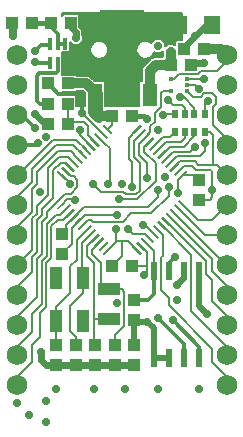
<source format=gbl>
G75*
G70*
%OFA0B0*%
%FSLAX24Y24*%
%IPPOS*%
%LPD*%
%AMOC8*
5,1,8,0,0,1.08239X$1,22.5*
%
%ADD10R,0.0433X0.0748*%
%ADD11R,0.0394X0.0433*%
%ADD12C,0.0433*%
%ADD13R,0.0079X0.0394*%
%ADD14R,0.0394X0.0079*%
%ADD15R,0.0433X0.0394*%
%ADD16R,0.0220X0.0590*%
%ADD17R,0.0118X0.0390*%
%ADD18R,0.0748X0.0433*%
%ADD19R,0.0500X0.0750*%
%ADD20R,0.1500X0.0750*%
%ADD21R,0.0236X0.0315*%
%ADD22R,0.0197X0.0315*%
%ADD23R,0.0551X0.0630*%
%ADD24C,0.0690*%
%ADD25R,0.0177X0.0118*%
%ADD26C,0.0080*%
%ADD27C,0.0278*%
%ADD28C,0.0120*%
%ADD29C,0.0200*%
%ADD30C,0.0500*%
%ADD31C,0.0320*%
%ADD32C,0.0240*%
%ADD33C,0.0060*%
%ADD34C,0.0280*%
%ADD35C,0.0160*%
%ADD36C,0.0300*%
D10*
X003040Y003877D03*
X003946Y003877D03*
X003946Y005333D03*
X003040Y005333D03*
D11*
X003243Y006120D03*
X003243Y006790D03*
X003427Y010455D03*
X003427Y011105D03*
X002758Y011105D03*
X002758Y010455D03*
X002858Y013805D03*
X002227Y013805D03*
X001558Y013805D03*
X003527Y013805D03*
X007793Y008590D03*
X007793Y007920D03*
X005643Y003090D03*
X005643Y002420D03*
X004993Y002420D03*
X004993Y003090D03*
X004343Y003090D03*
X004343Y002420D03*
X003693Y002420D03*
X003693Y003090D03*
X003043Y003090D03*
X003043Y002420D03*
D12*
X004150Y013538D02*
X004150Y013972D01*
X006335Y013972D02*
X006335Y013538D01*
D13*
G36*
X005841Y010439D02*
X005896Y010384D01*
X005619Y010107D01*
X005564Y010162D01*
X005841Y010439D01*
G37*
G36*
X005980Y010300D02*
X006035Y010245D01*
X005758Y009968D01*
X005703Y010023D01*
X005980Y010300D01*
G37*
G36*
X006119Y010161D02*
X006174Y010106D01*
X005897Y009829D01*
X005842Y009884D01*
X006119Y010161D01*
G37*
G36*
X006259Y010022D02*
X006314Y009967D01*
X006037Y009690D01*
X005982Y009745D01*
X006259Y010022D01*
G37*
G36*
X006398Y009883D02*
X006453Y009828D01*
X006176Y009551D01*
X006121Y009606D01*
X006398Y009883D01*
G37*
G36*
X006537Y009743D02*
X006592Y009688D01*
X006315Y009411D01*
X006260Y009466D01*
X006537Y009743D01*
G37*
G36*
X006676Y009604D02*
X006731Y009549D01*
X006454Y009272D01*
X006399Y009327D01*
X006676Y009604D01*
G37*
G36*
X006815Y009465D02*
X006870Y009410D01*
X006593Y009133D01*
X006538Y009188D01*
X006815Y009465D01*
G37*
G36*
X006955Y009326D02*
X007010Y009271D01*
X006733Y008994D01*
X006678Y009049D01*
X006955Y009326D01*
G37*
G36*
X007094Y009187D02*
X007149Y009132D01*
X006872Y008855D01*
X006817Y008910D01*
X007094Y009187D01*
G37*
G36*
X007233Y009047D02*
X007288Y008992D01*
X007011Y008715D01*
X006956Y008770D01*
X007233Y009047D01*
G37*
G36*
X007372Y008908D02*
X007427Y008853D01*
X007150Y008576D01*
X007095Y008631D01*
X007372Y008908D01*
G37*
G36*
X004867Y006403D02*
X004922Y006348D01*
X004645Y006071D01*
X004590Y006126D01*
X004867Y006403D01*
G37*
G36*
X004727Y006542D02*
X004782Y006487D01*
X004505Y006210D01*
X004450Y006265D01*
X004727Y006542D01*
G37*
G36*
X004588Y006681D02*
X004643Y006626D01*
X004366Y006349D01*
X004311Y006404D01*
X004588Y006681D01*
G37*
G36*
X004449Y006820D02*
X004504Y006765D01*
X004227Y006488D01*
X004172Y006543D01*
X004449Y006820D01*
G37*
G36*
X004310Y006959D02*
X004365Y006904D01*
X004088Y006627D01*
X004033Y006682D01*
X004310Y006959D01*
G37*
G36*
X004171Y007099D02*
X004226Y007044D01*
X003949Y006767D01*
X003894Y006822D01*
X004171Y007099D01*
G37*
G36*
X004031Y007238D02*
X004086Y007183D01*
X003809Y006906D01*
X003754Y006961D01*
X004031Y007238D01*
G37*
G36*
X003892Y007377D02*
X003947Y007322D01*
X003670Y007045D01*
X003615Y007100D01*
X003892Y007377D01*
G37*
G36*
X003753Y007516D02*
X003808Y007461D01*
X003531Y007184D01*
X003476Y007239D01*
X003753Y007516D01*
G37*
G36*
X003614Y007655D02*
X003669Y007600D01*
X003392Y007323D01*
X003337Y007378D01*
X003614Y007655D01*
G37*
G36*
X003475Y007795D02*
X003530Y007740D01*
X003253Y007463D01*
X003198Y007518D01*
X003475Y007795D01*
G37*
G36*
X003335Y007934D02*
X003390Y007879D01*
X003113Y007602D01*
X003058Y007657D01*
X003335Y007934D01*
G37*
D14*
G36*
X003113Y008908D02*
X003390Y008631D01*
X003335Y008576D01*
X003058Y008853D01*
X003113Y008908D01*
G37*
G36*
X003253Y009047D02*
X003530Y008770D01*
X003475Y008715D01*
X003198Y008992D01*
X003253Y009047D01*
G37*
G36*
X003392Y009187D02*
X003669Y008910D01*
X003614Y008855D01*
X003337Y009132D01*
X003392Y009187D01*
G37*
G36*
X003531Y009326D02*
X003808Y009049D01*
X003753Y008994D01*
X003476Y009271D01*
X003531Y009326D01*
G37*
G36*
X003670Y009465D02*
X003947Y009188D01*
X003892Y009133D01*
X003615Y009410D01*
X003670Y009465D01*
G37*
G36*
X003809Y009604D02*
X004086Y009327D01*
X004031Y009272D01*
X003754Y009549D01*
X003809Y009604D01*
G37*
G36*
X003949Y009743D02*
X004226Y009466D01*
X004171Y009411D01*
X003894Y009688D01*
X003949Y009743D01*
G37*
G36*
X004088Y009883D02*
X004365Y009606D01*
X004310Y009551D01*
X004033Y009828D01*
X004088Y009883D01*
G37*
G36*
X004227Y010022D02*
X004504Y009745D01*
X004449Y009690D01*
X004172Y009967D01*
X004227Y010022D01*
G37*
G36*
X004366Y010161D02*
X004643Y009884D01*
X004588Y009829D01*
X004311Y010106D01*
X004366Y010161D01*
G37*
G36*
X004505Y010300D02*
X004782Y010023D01*
X004727Y009968D01*
X004450Y010245D01*
X004505Y010300D01*
G37*
G36*
X004645Y010439D02*
X004922Y010162D01*
X004867Y010107D01*
X004590Y010384D01*
X004645Y010439D01*
G37*
G36*
X006593Y007377D02*
X006870Y007100D01*
X006815Y007045D01*
X006538Y007322D01*
X006593Y007377D01*
G37*
G36*
X006454Y007238D02*
X006731Y006961D01*
X006676Y006906D01*
X006399Y007183D01*
X006454Y007238D01*
G37*
G36*
X006315Y007099D02*
X006592Y006822D01*
X006537Y006767D01*
X006260Y007044D01*
X006315Y007099D01*
G37*
G36*
X006176Y006959D02*
X006453Y006682D01*
X006398Y006627D01*
X006121Y006904D01*
X006176Y006959D01*
G37*
G36*
X006037Y006820D02*
X006314Y006543D01*
X006259Y006488D01*
X005982Y006765D01*
X006037Y006820D01*
G37*
G36*
X005897Y006681D02*
X006174Y006404D01*
X006119Y006349D01*
X005842Y006626D01*
X005897Y006681D01*
G37*
G36*
X005758Y006542D02*
X006035Y006265D01*
X005980Y006210D01*
X005703Y006487D01*
X005758Y006542D01*
G37*
G36*
X005619Y006403D02*
X005896Y006126D01*
X005841Y006071D01*
X005564Y006348D01*
X005619Y006403D01*
G37*
G36*
X006733Y007516D02*
X007010Y007239D01*
X006955Y007184D01*
X006678Y007461D01*
X006733Y007516D01*
G37*
G36*
X006872Y007655D02*
X007149Y007378D01*
X007094Y007323D01*
X006817Y007600D01*
X006872Y007655D01*
G37*
G36*
X007011Y007795D02*
X007288Y007518D01*
X007233Y007463D01*
X006956Y007740D01*
X007011Y007795D01*
G37*
G36*
X007150Y007934D02*
X007427Y007657D01*
X007372Y007602D01*
X007095Y007879D01*
X007150Y007934D01*
G37*
D15*
X005577Y005705D03*
X004908Y005705D03*
X005643Y004590D03*
X005643Y003920D03*
X005577Y010735D03*
X004908Y010735D03*
X003427Y011805D03*
X002758Y011805D03*
X006858Y012425D03*
X007308Y012955D03*
X007527Y012425D03*
X007977Y012955D03*
D16*
X007793Y005545D03*
X007293Y005545D03*
X006793Y005545D03*
X006293Y005545D03*
X006293Y002665D03*
X006793Y002665D03*
X007293Y002665D03*
X007793Y002665D03*
D17*
X003349Y012490D03*
X003093Y012490D03*
X002837Y012490D03*
X002837Y013124D03*
X003093Y013124D03*
X003349Y013124D03*
D18*
X004793Y004947D03*
X004793Y003963D03*
D19*
X005243Y011435D03*
X006153Y011435D03*
X004333Y011435D03*
D20*
X005243Y013875D03*
D21*
X006991Y010780D03*
X006991Y010190D03*
X007995Y010190D03*
X007995Y010780D03*
D22*
X007650Y010780D03*
X007335Y010780D03*
X007335Y010190D03*
X007650Y010190D03*
D23*
X007142Y013755D03*
X008244Y013755D03*
D24*
X008743Y012755D03*
X008743Y011755D03*
X008743Y010755D03*
X008743Y009755D03*
X008743Y008755D03*
X008743Y007755D03*
X008743Y006755D03*
X008743Y005755D03*
X008743Y004755D03*
X008743Y003755D03*
X008743Y002755D03*
X008743Y001755D03*
X001743Y001755D03*
X001743Y002755D03*
X001743Y003755D03*
X001743Y004755D03*
X001743Y005755D03*
X001743Y006755D03*
X001743Y007755D03*
X001743Y008755D03*
X001743Y009755D03*
X001743Y010755D03*
X001743Y011755D03*
X001743Y012755D03*
D25*
X006881Y011952D03*
X006881Y011558D03*
X007413Y011558D03*
X007413Y011755D03*
X007413Y011952D03*
D26*
X007960Y011952D01*
X007963Y011955D01*
X007783Y012115D02*
X007883Y012215D01*
X008403Y012215D01*
X008743Y012555D01*
X008743Y012755D01*
X008243Y011475D02*
X007983Y011475D01*
X007863Y011355D01*
X007616Y011355D01*
X007413Y011558D01*
X007413Y011755D02*
X007683Y011755D01*
X007803Y011635D01*
X008093Y011235D02*
X007995Y011137D01*
X007995Y010780D01*
X007650Y010780D02*
X007643Y010788D01*
X007643Y010995D01*
X007293Y011345D01*
X007153Y011345D01*
X007243Y011095D02*
X006943Y011095D01*
X006773Y011265D01*
X006783Y011255D01*
X006881Y011558D02*
X006606Y011558D01*
X006523Y011475D01*
X006523Y011035D01*
X006323Y010835D01*
X006323Y010515D01*
X006183Y010375D01*
X006183Y010169D01*
X006008Y009995D01*
X005793Y009779D01*
X005793Y009435D01*
X006083Y009145D01*
X006083Y008655D01*
X006353Y008555D02*
X006353Y009145D01*
X005963Y009535D01*
X005963Y009671D01*
X006148Y009856D01*
X006287Y009719D02*
X006603Y010035D01*
X006836Y010035D01*
X006991Y010190D01*
X007203Y009855D02*
X007335Y009988D01*
X007335Y010190D01*
X007283Y010137D01*
X007203Y009855D02*
X006703Y009855D01*
X006694Y009846D01*
X006694Y009845D01*
X006426Y009577D01*
X006565Y009438D02*
X006822Y009695D01*
X007303Y009695D01*
X007650Y010042D01*
X007650Y010190D01*
X007995Y010190D02*
X008168Y010190D01*
X008273Y010085D01*
X008273Y009105D01*
X008283Y009095D01*
X008403Y009095D01*
X008743Y008755D01*
X008223Y008875D02*
X008223Y008275D01*
X008243Y008255D01*
X008243Y008005D01*
X008158Y007920D01*
X007793Y007920D01*
X007261Y007768D02*
X007774Y007255D01*
X008243Y007255D01*
X008743Y007755D01*
X008743Y006755D02*
X007996Y006755D01*
X007122Y007629D01*
X006983Y007489D02*
X008717Y005755D01*
X008743Y005755D01*
X008243Y005555D02*
X008743Y005055D01*
X008743Y004755D01*
X008243Y004555D02*
X008743Y004055D01*
X008743Y003755D01*
X008743Y003015D02*
X008743Y002755D01*
X008743Y003015D02*
X007543Y004215D01*
X007543Y006094D01*
X006565Y007072D01*
X006426Y006933D02*
X006593Y006766D01*
X006593Y006055D01*
X006543Y006005D01*
X006543Y004905D01*
X006793Y004655D01*
X006793Y004405D01*
X008243Y002955D01*
X008243Y002525D01*
X008743Y002025D01*
X008743Y001755D01*
X008243Y004555D02*
X008243Y005255D01*
X008043Y005455D01*
X008043Y005873D01*
X006704Y007211D01*
X006844Y007350D02*
X008239Y005955D01*
X008243Y005955D01*
X008243Y005555D01*
X006203Y007475D02*
X006793Y008065D01*
X006793Y008355D01*
X006793Y008195D01*
X007093Y008155D02*
X007093Y008574D01*
X007261Y008742D01*
X007640Y008742D01*
X007793Y008590D01*
X007703Y008935D02*
X007583Y009055D01*
X007296Y009055D01*
X007122Y008881D01*
X007122Y008884D01*
X006983Y009021D02*
X007177Y009215D01*
X007663Y009215D01*
X007783Y009095D01*
X008283Y009095D01*
X008163Y008935D02*
X007703Y008935D01*
X007843Y009375D02*
X008013Y009545D01*
X008013Y009805D01*
X007843Y009375D02*
X007059Y009375D01*
X006844Y009160D01*
X006704Y009299D02*
X006940Y009535D01*
X007513Y009535D01*
X007673Y009695D01*
X008163Y008935D02*
X008223Y008875D01*
X008743Y009755D02*
X008743Y009955D01*
X008263Y010435D01*
X008263Y011015D01*
X008363Y011115D01*
X008363Y011355D01*
X008243Y011475D01*
X007783Y012115D02*
X007123Y012115D01*
X006960Y011952D01*
X006881Y011952D01*
X007243Y011095D02*
X007343Y010995D01*
X007343Y010788D01*
X007335Y010780D01*
X006991Y010780D02*
X006628Y010780D01*
X006593Y010745D01*
X005869Y010134D02*
X005623Y009888D01*
X005623Y009365D01*
X005823Y009165D01*
X005823Y008225D01*
X005703Y008105D01*
X005373Y008105D01*
X005283Y008195D01*
X004533Y008195D01*
X004273Y008455D01*
X004753Y008465D02*
X004823Y008535D01*
X004823Y009655D01*
X004683Y009795D01*
X004677Y009795D01*
X004477Y009995D01*
X004616Y010134D02*
X003916Y010835D01*
X003903Y010835D01*
X003973Y010515D02*
X003487Y010515D01*
X003427Y010455D01*
X003427Y011105D01*
X003973Y010515D02*
X004103Y010385D01*
X004103Y010091D01*
X004338Y009856D01*
X004199Y009717D02*
X003841Y010074D01*
X003841Y010253D01*
X003712Y009925D02*
X002943Y009925D01*
X001773Y008755D01*
X001743Y008755D01*
X002243Y008955D02*
X002243Y008525D01*
X001743Y008025D01*
X001743Y007755D01*
X002243Y007525D02*
X001743Y007025D01*
X001743Y006755D01*
X002243Y006255D02*
X001743Y005755D01*
X002233Y005515D02*
X001743Y005025D01*
X001743Y004755D01*
X002393Y004675D02*
X001743Y004025D01*
X001743Y003755D01*
X002233Y003515D02*
X001743Y003025D01*
X001743Y002755D01*
X002233Y002515D02*
X001743Y002025D01*
X001743Y001755D01*
X002233Y002515D02*
X002233Y003075D01*
X002513Y003355D01*
X002513Y004145D01*
X002713Y004345D01*
X002713Y005805D01*
X002883Y005975D01*
X002883Y007055D01*
X003093Y007265D01*
X003278Y007265D01*
X003503Y007489D01*
X003642Y007350D02*
X003967Y007675D01*
X006103Y007675D01*
X006443Y008015D01*
X006443Y008235D01*
X006433Y008245D01*
X006353Y008555D02*
X005743Y007945D01*
X005143Y007945D01*
X005083Y007435D02*
X004005Y007435D01*
X003781Y007211D01*
X003563Y006993D01*
X003563Y006465D01*
X003243Y006145D01*
X003243Y006120D01*
X003503Y005715D02*
X003723Y005935D01*
X003723Y006596D01*
X004060Y006933D01*
X004199Y006793D02*
X003893Y006487D01*
X003893Y005386D01*
X003946Y005333D01*
X003946Y004818D01*
X003503Y004375D01*
X003503Y003545D01*
X003693Y003355D01*
X003693Y003090D01*
X004293Y003140D02*
X004343Y003090D01*
X004293Y003140D02*
X004293Y003963D01*
X004793Y003963D01*
X005303Y003715D02*
X004993Y003405D01*
X004993Y003090D01*
X005303Y003715D02*
X005303Y004865D01*
X005221Y004947D01*
X004793Y004947D01*
X004695Y005045D01*
X004563Y005045D01*
X004523Y005085D01*
X004523Y005815D01*
X004223Y006115D01*
X004223Y006261D01*
X004477Y006515D01*
X004338Y006654D02*
X004053Y006369D01*
X004053Y006045D01*
X004293Y005805D01*
X004293Y003963D01*
X003503Y004825D02*
X003503Y005715D01*
X003503Y004825D02*
X003040Y004362D01*
X003040Y003877D01*
X003040Y003092D01*
X003043Y003090D01*
X003040Y003877D02*
X003043Y003879D01*
X002553Y004445D02*
X002553Y005875D01*
X002723Y006045D01*
X002723Y007125D01*
X003023Y007425D01*
X003160Y007425D01*
X003364Y007629D01*
X003224Y007768D02*
X003412Y007955D01*
X003643Y007955D01*
X003663Y007935D01*
X003523Y008135D02*
X003333Y008135D01*
X002723Y007525D01*
X002723Y007345D01*
X002563Y007185D01*
X002563Y006115D01*
X002393Y005945D01*
X002393Y004675D01*
X002553Y004445D02*
X002233Y004125D01*
X002233Y003515D01*
X002233Y005515D02*
X002233Y006015D01*
X002403Y006185D01*
X002403Y007245D01*
X002563Y007405D01*
X002563Y007615D01*
X002943Y007995D01*
X002943Y008905D01*
X003193Y009155D01*
X003368Y009155D01*
X003503Y009021D01*
X003638Y009160D02*
X003642Y009160D01*
X003447Y009355D01*
X003143Y009355D01*
X002773Y008985D01*
X002773Y008075D01*
X002403Y007705D01*
X002403Y007465D01*
X002243Y007305D01*
X002243Y006255D01*
X002243Y007525D02*
X002243Y008295D01*
X002403Y008455D01*
X002403Y008865D01*
X003093Y009555D01*
X003525Y009555D01*
X003781Y009299D01*
X003920Y009438D02*
X003614Y009745D01*
X003033Y009745D01*
X002243Y008955D01*
X003224Y008742D02*
X003492Y008475D01*
X003492Y008445D01*
X003543Y008705D02*
X003366Y008881D01*
X003364Y008881D01*
X003543Y008705D02*
X003633Y008705D01*
X003743Y008595D01*
X003743Y008355D01*
X003523Y008135D01*
X003642Y007350D02*
X003373Y007081D01*
X003373Y006920D01*
X003243Y006790D01*
X003920Y007072D02*
X004104Y007255D01*
X004193Y007255D01*
X004253Y007195D01*
X005263Y007195D01*
X005543Y007475D01*
X006203Y007475D01*
X006005Y007075D02*
X005943Y007075D01*
X006005Y007075D02*
X006287Y006793D01*
X006148Y006654D02*
X006017Y006785D01*
X005613Y006785D01*
X005443Y006955D01*
X005423Y006545D02*
X005243Y006545D01*
X005243Y006040D01*
X004908Y005705D01*
X004756Y006237D02*
X005064Y006545D01*
X005043Y006566D01*
X005043Y006955D01*
X005064Y006545D02*
X005243Y006545D01*
X005423Y006545D02*
X005730Y006238D01*
X005730Y006237D01*
X005869Y006376D02*
X006063Y006182D01*
X006063Y005705D01*
X005577Y005705D01*
X005973Y005415D02*
X006063Y005505D01*
X006063Y005705D01*
X006293Y005545D02*
X006293Y006231D01*
X006008Y006515D01*
X005563Y008345D02*
X005563Y009185D01*
X005453Y009295D01*
X005453Y009996D01*
X005730Y010273D01*
X006287Y009719D02*
X006287Y009717D01*
X004908Y010426D02*
X004908Y010735D01*
X004908Y010426D02*
X004756Y010273D01*
X004060Y009577D02*
X003712Y009925D01*
D27*
X001743Y001155D03*
X002143Y000755D03*
X002693Y000505D03*
X002693Y001205D03*
X003043Y001605D03*
X002543Y002865D03*
X004293Y001605D03*
X005343Y001605D03*
X006443Y001605D03*
X007793Y001605D03*
X006923Y003905D03*
X007083Y004585D03*
X007063Y005075D03*
X006993Y006025D03*
X005973Y005415D03*
X005063Y004475D03*
X006083Y003865D03*
X006433Y003975D03*
X008073Y004115D03*
X005943Y007075D03*
X005443Y006955D03*
X005043Y006955D03*
X005083Y007435D03*
X005143Y007945D03*
X005233Y008455D03*
X005563Y008345D03*
X006083Y008655D03*
X006433Y008245D03*
X006663Y008675D03*
X006793Y008355D03*
X007093Y008155D03*
X007673Y009695D03*
X008013Y009805D03*
X008093Y011235D03*
X007803Y011635D03*
X007963Y011955D03*
X007953Y012475D03*
X007673Y013395D03*
X006853Y012865D03*
X006443Y013055D03*
X007153Y011345D03*
X006773Y011265D03*
X006593Y010745D03*
X006443Y010245D03*
X006073Y010635D03*
X004753Y008465D03*
X004273Y008455D03*
X003663Y007935D03*
X003492Y008445D03*
X002713Y010035D03*
X002443Y009825D03*
X002343Y010315D03*
X002343Y010785D03*
X002343Y012505D03*
X002343Y012895D03*
X001603Y013375D03*
X003693Y013305D03*
X003893Y012635D03*
X003903Y010835D03*
X004273Y010855D03*
X004473Y010655D03*
X003841Y010253D03*
X002493Y008175D03*
X008243Y008255D03*
D28*
X006993Y006025D02*
X006793Y005825D01*
X006793Y005545D01*
X006293Y005545D02*
X006293Y004785D01*
X006097Y004590D01*
X005643Y004590D01*
X006433Y003975D02*
X007293Y003115D01*
X007293Y002665D01*
X007793Y002665D02*
X007793Y003035D01*
X006923Y003905D01*
X006093Y008655D02*
X006083Y008655D01*
X003903Y010835D02*
X003903Y011305D01*
X003743Y011465D01*
X003098Y011465D01*
X002758Y011805D01*
X003023Y012145D02*
X002483Y012145D01*
X002393Y012055D01*
X002393Y011205D01*
X002493Y011105D01*
X002758Y011105D01*
X002343Y010315D02*
X001903Y010755D01*
X001743Y010755D01*
X001743Y009755D02*
X002373Y009755D01*
X002443Y009825D01*
X003023Y012145D02*
X003093Y012215D01*
X003093Y012490D01*
X002837Y012490D02*
X002358Y012490D01*
X002352Y012491D01*
X002347Y012494D01*
X002344Y012499D01*
X002343Y012505D01*
X002343Y012895D02*
X002543Y013095D01*
X002808Y013095D01*
X002837Y013124D01*
X003093Y013124D02*
X003093Y013455D01*
X002858Y013690D01*
X002858Y013805D01*
X003093Y013124D02*
X003349Y013124D01*
X003349Y012490D02*
X003748Y012490D01*
X003893Y012635D01*
X005243Y013875D02*
X005243Y013905D01*
D29*
X002758Y010455D02*
X002673Y010455D01*
X002343Y010785D01*
X005643Y003920D02*
X005698Y003865D01*
X006083Y003865D01*
X006293Y003655D01*
X006293Y002665D01*
X006793Y002665D01*
X008073Y004115D02*
X007793Y004395D01*
X007793Y005545D01*
X007293Y005545D02*
X007293Y005305D01*
X007063Y005075D01*
X005643Y003920D02*
X005643Y003090D01*
D30*
X005243Y011435D02*
X005243Y013875D01*
X006335Y013755D02*
X004143Y013755D01*
X006335Y013755D02*
X007142Y013755D01*
D31*
X006853Y012865D02*
X006858Y012860D01*
X006858Y012425D01*
X006353Y012425D01*
X006153Y012225D01*
X006153Y011435D01*
X004908Y010735D02*
X004423Y010735D01*
X004423Y011455D01*
X004273Y011605D01*
X004273Y010855D01*
X004473Y010655D01*
X004273Y010855D02*
X004333Y010915D01*
X004333Y011435D01*
X004333Y011515D01*
X004043Y011805D01*
X003427Y011805D01*
X005243Y013875D02*
X005243Y013955D01*
X007977Y012955D02*
X008543Y012955D01*
X008743Y012755D01*
X008224Y013735D02*
X008244Y013755D01*
D32*
X008224Y013735D02*
X008013Y013735D01*
X007673Y013395D01*
X007308Y013030D01*
X007308Y012955D01*
X007577Y012475D02*
X007527Y012425D01*
X007577Y012475D02*
X007953Y012475D01*
X003693Y013305D02*
X003693Y013505D01*
X003527Y013670D01*
X003527Y013805D01*
X002543Y002865D02*
X002543Y002575D01*
X002697Y002420D01*
X003043Y002420D01*
X003693Y002420D01*
X004343Y002420D01*
X004993Y002420D01*
X005643Y002420D01*
D33*
X005813Y011055D02*
X004673Y011055D01*
X004673Y011847D01*
X004620Y011900D01*
X004301Y011900D01*
X004255Y011947D01*
X004184Y012017D01*
X004093Y012055D01*
X003718Y012055D01*
X003681Y012092D01*
X003243Y012092D01*
X003243Y012849D01*
X003252Y012839D01*
X003445Y012839D01*
X003498Y012892D01*
X003498Y013061D01*
X003499Y013062D01*
X003499Y013175D01*
X003598Y013076D01*
X003788Y013076D01*
X003922Y013210D01*
X003922Y013400D01*
X003903Y013419D01*
X003903Y013592D01*
X003814Y013680D01*
X003814Y014059D01*
X003762Y014112D01*
X003293Y014112D01*
X003243Y014061D01*
X003243Y014061D01*
X003243Y014145D01*
X007243Y014145D01*
X007243Y013262D01*
X007223Y013242D01*
X006580Y013242D01*
X006538Y013284D02*
X006348Y013284D01*
X006215Y013151D01*
X006191Y013171D01*
X006190Y013174D01*
X006181Y013179D01*
X006174Y013185D01*
X006171Y013185D01*
X006140Y013201D01*
X006138Y013204D01*
X006129Y013207D01*
X006121Y013211D01*
X006118Y013210D01*
X006085Y013221D01*
X006083Y013223D01*
X006073Y013224D01*
X006064Y013227D01*
X006061Y013225D01*
X006028Y013229D01*
X006027Y013230D01*
X006021Y013230D01*
X006020Y013231D01*
X006013Y013230D01*
X006005Y013231D01*
X006004Y013230D01*
X005998Y013230D01*
X005997Y013229D01*
X005964Y013225D01*
X005961Y013227D01*
X005952Y013224D01*
X005942Y013223D01*
X005940Y013221D01*
X005907Y013211D01*
X005903Y013212D01*
X005895Y013207D01*
X005886Y013204D01*
X005884Y013201D01*
X005853Y013185D01*
X005850Y013185D01*
X005843Y013179D01*
X005834Y013175D01*
X005834Y013172D01*
X005806Y013149D01*
X005803Y013149D01*
X005797Y013142D01*
X005790Y013136D01*
X005789Y013132D01*
X005767Y013105D01*
X005764Y013104D01*
X005760Y013096D01*
X005754Y013089D01*
X005754Y013085D01*
X005737Y013054D01*
X005734Y013053D01*
X005732Y013044D01*
X005727Y013035D01*
X005728Y013032D01*
X005718Y012999D01*
X005715Y012997D01*
X005715Y012987D01*
X005712Y012978D01*
X005713Y012975D01*
X005710Y012940D01*
X005708Y012938D01*
X005709Y012928D01*
X005708Y012919D01*
X005710Y012916D01*
X005713Y012881D01*
X005711Y012878D01*
X005714Y012869D01*
X005715Y012860D01*
X005717Y012858D01*
X005727Y012824D01*
X005726Y012821D01*
X005731Y012812D01*
X005733Y012803D01*
X005736Y012802D01*
X005753Y012770D01*
X005752Y012767D01*
X005758Y012760D01*
X005763Y012751D01*
X005766Y012750D01*
X005788Y012723D01*
X005789Y012720D01*
X005796Y012714D01*
X005802Y012706D01*
X005805Y012706D01*
X005833Y012684D01*
X005834Y012680D01*
X005842Y012676D01*
X005849Y012670D01*
X005853Y012670D01*
X005884Y012654D01*
X005886Y012651D01*
X005895Y012648D01*
X005903Y012644D01*
X005906Y012645D01*
X005940Y012635D01*
X005942Y012632D01*
X005952Y012632D01*
X005961Y012629D01*
X005964Y012630D01*
X005999Y012627D01*
X006001Y012625D01*
X006011Y012626D01*
X006020Y012626D01*
X006023Y012628D01*
X006057Y012632D01*
X006060Y012630D01*
X006069Y012633D01*
X006079Y012634D01*
X006081Y012637D01*
X006114Y012647D01*
X006117Y012646D01*
X006126Y012651D01*
X006135Y012653D01*
X006136Y012656D01*
X006167Y012673D01*
X006170Y012673D01*
X006177Y012679D01*
X006186Y012683D01*
X006187Y012686D01*
X006213Y012708D01*
X006217Y012709D01*
X006223Y012716D01*
X006230Y012722D01*
X006230Y012725D01*
X006253Y012752D01*
X006256Y012753D01*
X006260Y012761D01*
X006266Y012769D01*
X006266Y012772D01*
X006282Y012803D01*
X006285Y012804D01*
X006288Y012813D01*
X006293Y012822D01*
X006292Y012825D01*
X006302Y012858D01*
X006305Y012860D01*
X006306Y012868D01*
X006348Y012826D01*
X006538Y012826D01*
X006603Y012891D01*
X006603Y012891D01*
X006603Y012815D01*
X006608Y012802D01*
X006608Y012712D01*
X006604Y012712D01*
X006567Y012675D01*
X006303Y012675D01*
X006211Y012637D01*
X006141Y012567D01*
X005941Y012367D01*
X005903Y012275D01*
X005903Y012175D01*
X005903Y011900D01*
X005866Y011900D01*
X005813Y011847D01*
X005813Y011055D01*
X005813Y011078D02*
X004673Y011078D01*
X004673Y011136D02*
X005813Y011136D01*
X005813Y011195D02*
X004673Y011195D01*
X004673Y011253D02*
X005813Y011253D01*
X005813Y011312D02*
X004673Y011312D01*
X004673Y011370D02*
X005813Y011370D01*
X005813Y011429D02*
X004673Y011429D01*
X004673Y011487D02*
X005813Y011487D01*
X005813Y011546D02*
X004673Y011546D01*
X004673Y011604D02*
X005813Y011604D01*
X005813Y011663D02*
X004673Y011663D01*
X004673Y011721D02*
X005813Y011721D01*
X005813Y011780D02*
X004673Y011780D01*
X004673Y011838D02*
X005813Y011838D01*
X005862Y011897D02*
X004624Y011897D01*
X004246Y011955D02*
X005903Y011955D01*
X005903Y012014D02*
X004188Y012014D01*
X003939Y011555D02*
X003993Y011501D01*
X003993Y011055D01*
X003714Y011055D01*
X003714Y011359D01*
X003662Y011412D01*
X003243Y011412D01*
X003243Y011518D01*
X003681Y011518D01*
X003718Y011555D01*
X003939Y011555D01*
X003949Y011546D02*
X003709Y011546D01*
X003703Y011370D02*
X003993Y011370D01*
X003993Y011312D02*
X003714Y011312D01*
X003714Y011253D02*
X003993Y011253D01*
X003993Y011195D02*
X003714Y011195D01*
X003714Y011136D02*
X003993Y011136D01*
X003993Y011078D02*
X003714Y011078D01*
X003993Y011429D02*
X003243Y011429D01*
X003243Y011487D02*
X003993Y011487D01*
X003701Y012072D02*
X005903Y012072D01*
X005903Y012131D02*
X003243Y012131D01*
X003243Y012189D02*
X005903Y012189D01*
X005903Y012248D02*
X003243Y012248D01*
X003243Y012306D02*
X005916Y012306D01*
X005940Y012365D02*
X003243Y012365D01*
X003243Y012423D02*
X005997Y012423D01*
X006056Y012482D02*
X003243Y012482D01*
X003243Y012540D02*
X006114Y012540D01*
X006173Y012599D02*
X003243Y012599D01*
X003243Y012657D02*
X004342Y012657D01*
X004349Y012654D02*
X004350Y012651D01*
X004359Y012648D01*
X004368Y012644D01*
X004371Y012645D01*
X004405Y012635D01*
X004407Y012632D01*
X004416Y012632D01*
X004425Y012629D01*
X004428Y012630D01*
X004463Y012627D01*
X004466Y012625D01*
X004475Y012626D01*
X004485Y012626D01*
X004487Y012628D01*
X004522Y012632D01*
X004525Y012630D01*
X004534Y012633D01*
X004543Y012634D01*
X004546Y012637D01*
X004579Y012647D01*
X004582Y012646D01*
X004590Y012651D01*
X004599Y012653D01*
X004601Y012656D01*
X004631Y012673D01*
X004635Y012673D01*
X004642Y012679D01*
X004650Y012683D01*
X004651Y012686D01*
X004678Y012708D01*
X004681Y012709D01*
X004687Y012716D01*
X004695Y012722D01*
X004695Y012725D01*
X004717Y012752D01*
X004720Y012753D01*
X004725Y012761D01*
X004731Y012769D01*
X004730Y012772D01*
X004747Y012803D01*
X004750Y012804D01*
X004753Y012813D01*
X004757Y012822D01*
X004756Y012825D01*
X004767Y012858D01*
X004769Y012860D01*
X004770Y012869D01*
X004773Y012878D01*
X004772Y012881D01*
X004776Y012916D01*
X004778Y012918D01*
X004777Y012928D01*
X004778Y012937D01*
X004776Y012940D01*
X004773Y012975D01*
X004775Y012977D01*
X004772Y012987D01*
X004771Y012996D01*
X004769Y012998D01*
X004759Y013032D01*
X004760Y013035D01*
X004755Y013043D01*
X004753Y013052D01*
X004750Y013054D01*
X004734Y013085D01*
X004734Y013088D01*
X004728Y013095D01*
X004724Y013104D01*
X004721Y013105D01*
X004699Y013132D01*
X004698Y013135D01*
X004691Y013141D01*
X004685Y013149D01*
X004682Y013149D01*
X004655Y013171D01*
X004654Y013174D01*
X004646Y013179D01*
X004639Y013185D01*
X004635Y013185D01*
X004605Y013201D01*
X004603Y013204D01*
X004594Y013207D01*
X004586Y013211D01*
X004583Y013210D01*
X004549Y013221D01*
X004547Y013223D01*
X004538Y013224D01*
X004529Y013227D01*
X004526Y013225D01*
X004493Y013229D01*
X004491Y013230D01*
X004486Y013230D01*
X004485Y013231D01*
X004477Y013230D01*
X004470Y013231D01*
X004468Y013230D01*
X004463Y013230D01*
X004461Y013229D01*
X004428Y013225D01*
X004425Y013227D01*
X004416Y013224D01*
X004407Y013223D01*
X004405Y013221D01*
X004371Y013211D01*
X004368Y013212D01*
X004360Y013207D01*
X004351Y013204D01*
X004349Y013201D01*
X004318Y013185D01*
X004315Y013185D01*
X004307Y013179D01*
X004299Y013175D01*
X004298Y013172D01*
X004271Y013149D01*
X004268Y013149D01*
X004262Y013142D01*
X004254Y013136D01*
X004254Y013132D01*
X004232Y013105D01*
X004229Y013104D01*
X004224Y013096D01*
X004218Y013089D01*
X004218Y013085D01*
X004202Y013054D01*
X004199Y013053D01*
X004196Y013044D01*
X004192Y013035D01*
X004193Y013032D01*
X004183Y012999D01*
X004180Y012997D01*
X004179Y012987D01*
X004176Y012978D01*
X004178Y012975D01*
X004174Y012940D01*
X004172Y012938D01*
X004173Y012928D01*
X004172Y012919D01*
X004174Y012916D01*
X004177Y012881D01*
X004176Y012878D01*
X004178Y012869D01*
X004179Y012860D01*
X004182Y012858D01*
X004192Y012824D01*
X004191Y012821D01*
X004195Y012812D01*
X004198Y012803D01*
X004201Y012802D01*
X004217Y012770D01*
X004217Y012767D01*
X004223Y012760D01*
X004227Y012751D01*
X004230Y012750D01*
X004253Y012723D01*
X004253Y012720D01*
X004261Y012714D01*
X004266Y012706D01*
X004270Y012706D01*
X004297Y012684D01*
X004298Y012680D01*
X004307Y012676D01*
X004314Y012670D01*
X004317Y012670D01*
X004349Y012654D01*
X004258Y012716D02*
X003243Y012716D01*
X003243Y012774D02*
X004215Y012774D01*
X004189Y012833D02*
X003243Y012833D01*
X003497Y012891D02*
X004177Y012891D01*
X004175Y012950D02*
X003498Y012950D01*
X003498Y013008D02*
X004185Y013008D01*
X004208Y013067D02*
X003499Y013067D01*
X003499Y013125D02*
X003549Y013125D01*
X003837Y013125D02*
X004248Y013125D01*
X004313Y013184D02*
X003895Y013184D01*
X003922Y013242D02*
X006306Y013242D01*
X006247Y013184D02*
X006176Y013184D01*
X006294Y012833D02*
X006341Y012833D01*
X006267Y012774D02*
X006608Y012774D01*
X006608Y012716D02*
X006222Y012716D01*
X006260Y012657D02*
X006138Y012657D01*
X005878Y012657D02*
X004602Y012657D01*
X004687Y012716D02*
X005794Y012716D01*
X005751Y012774D02*
X004732Y012774D01*
X004759Y012833D02*
X005725Y012833D01*
X005712Y012891D02*
X004773Y012891D01*
X004775Y012950D02*
X005711Y012950D01*
X005721Y013008D02*
X004766Y013008D01*
X004743Y013067D02*
X005744Y013067D01*
X005784Y013125D02*
X004704Y013125D01*
X004640Y013184D02*
X005848Y013184D01*
X006538Y013284D02*
X006672Y013150D01*
X006672Y013038D01*
X006711Y013077D01*
X006803Y013115D01*
X006903Y013115D01*
X006994Y013077D01*
X007000Y013072D01*
X007002Y013070D01*
X007002Y013189D01*
X007054Y013242D01*
X007223Y013242D01*
X007243Y013301D02*
X003922Y013301D01*
X003922Y013359D02*
X007243Y013359D01*
X007243Y013418D02*
X003904Y013418D01*
X003903Y013476D02*
X007243Y013476D01*
X007243Y013535D02*
X003903Y013535D01*
X003902Y013593D02*
X007243Y013593D01*
X007243Y013652D02*
X003843Y013652D01*
X003814Y013710D02*
X007243Y013710D01*
X007243Y013769D02*
X003814Y013769D01*
X003814Y013827D02*
X007243Y013827D01*
X007243Y013886D02*
X003814Y013886D01*
X003814Y013944D02*
X007243Y013944D01*
X007243Y014003D02*
X003814Y014003D01*
X003812Y014061D02*
X007243Y014061D01*
X007243Y014120D02*
X003243Y014120D01*
X006544Y012833D02*
X006603Y012833D01*
X006672Y013067D02*
X006701Y013067D01*
X006672Y013125D02*
X007002Y013125D01*
X007002Y013184D02*
X006638Y013184D01*
D34*
X001603Y013375D02*
X001603Y013760D01*
X001558Y013805D01*
D35*
X002227Y013805D02*
X002858Y013805D01*
X005577Y010735D02*
X005973Y010735D01*
X006073Y010635D01*
D36*
X008253Y013746D02*
X008244Y013755D01*
M02*

</source>
